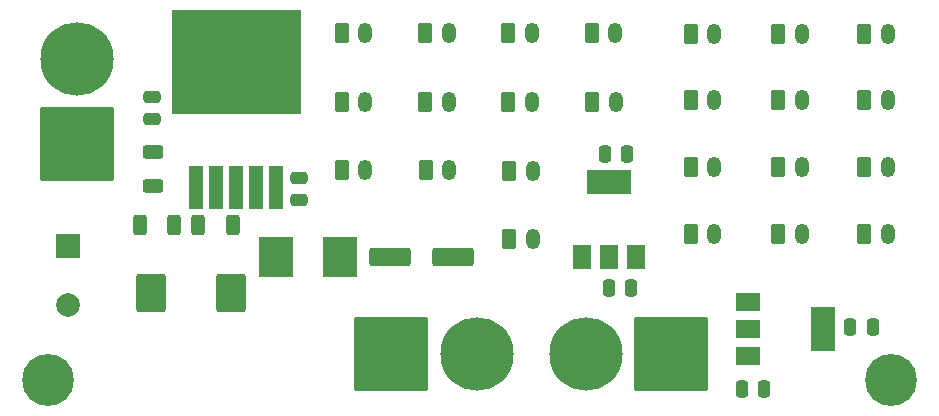
<source format=gbr>
%TF.GenerationSoftware,KiCad,Pcbnew,7.0.8*%
%TF.CreationDate,2023-12-06T00:15:51+05:30*%
%TF.ProjectId,PD Board,50442042-6f61-4726-942e-6b696361645f,V04*%
%TF.SameCoordinates,Original*%
%TF.FileFunction,Soldermask,Top*%
%TF.FilePolarity,Negative*%
%FSLAX46Y46*%
G04 Gerber Fmt 4.6, Leading zero omitted, Abs format (unit mm)*
G04 Created by KiCad (PCBNEW 7.0.8) date 2023-12-06 00:15:51*
%MOMM*%
%LPD*%
G01*
G04 APERTURE LIST*
G04 Aperture macros list*
%AMRoundRect*
0 Rectangle with rounded corners*
0 $1 Rounding radius*
0 $2 $3 $4 $5 $6 $7 $8 $9 X,Y pos of 4 corners*
0 Add a 4 corners polygon primitive as box body*
4,1,4,$2,$3,$4,$5,$6,$7,$8,$9,$2,$3,0*
0 Add four circle primitives for the rounded corners*
1,1,$1+$1,$2,$3*
1,1,$1+$1,$4,$5*
1,1,$1+$1,$6,$7*
1,1,$1+$1,$8,$9*
0 Add four rect primitives between the rounded corners*
20,1,$1+$1,$2,$3,$4,$5,0*
20,1,$1+$1,$4,$5,$6,$7,0*
20,1,$1+$1,$6,$7,$8,$9,0*
20,1,$1+$1,$8,$9,$2,$3,0*%
G04 Aperture macros list end*
%ADD10C,0.010000*%
%ADD11RoundRect,0.250000X-0.312500X-0.625000X0.312500X-0.625000X0.312500X0.625000X-0.312500X0.625000X0*%
%ADD12R,2.950000X3.500000*%
%ADD13RoundRect,0.250000X-0.350000X-0.625000X0.350000X-0.625000X0.350000X0.625000X-0.350000X0.625000X0*%
%ADD14O,1.200000X1.750000*%
%ADD15C,6.204000*%
%ADD16RoundRect,0.102000X3.000000X3.000000X-3.000000X3.000000X-3.000000X-3.000000X3.000000X-3.000000X0*%
%ADD17C,0.700000*%
%ADD18C,4.400000*%
%ADD19R,1.500000X2.000000*%
%ADD20R,3.800000X2.000000*%
%ADD21RoundRect,0.250000X0.475000X-0.250000X0.475000X0.250000X-0.475000X0.250000X-0.475000X-0.250000X0*%
%ADD22RoundRect,0.250000X-1.500000X-0.550000X1.500000X-0.550000X1.500000X0.550000X-1.500000X0.550000X0*%
%ADD23RoundRect,0.102000X3.000000X-3.000000X3.000000X3.000000X-3.000000X3.000000X-3.000000X-3.000000X0*%
%ADD24R,2.000000X2.000000*%
%ADD25C,2.000000*%
%ADD26RoundRect,0.250000X1.000000X-1.400000X1.000000X1.400000X-1.000000X1.400000X-1.000000X-1.400000X0*%
%ADD27RoundRect,0.250000X-0.250000X-0.475000X0.250000X-0.475000X0.250000X0.475000X-0.250000X0.475000X0*%
%ADD28RoundRect,0.250000X0.250000X0.475000X-0.250000X0.475000X-0.250000X-0.475000X0.250000X-0.475000X0*%
%ADD29RoundRect,0.250000X0.625000X-0.312500X0.625000X0.312500X-0.625000X0.312500X-0.625000X-0.312500X0*%
%ADD30R,2.000000X1.500000*%
%ADD31R,2.000000X3.800000*%
%ADD32RoundRect,0.102000X-3.000000X-3.000000X3.000000X-3.000000X3.000000X3.000000X-3.000000X3.000000X0*%
G04 APERTURE END LIST*
%TO.C,U2*%
D10*
X206370000Y-90370000D02*
X205230000Y-90370000D01*
X205230000Y-86830000D01*
X206370000Y-86830000D01*
X206370000Y-90370000D01*
G36*
X206370000Y-90370000D02*
G01*
X205230000Y-90370000D01*
X205230000Y-86830000D01*
X206370000Y-86830000D01*
X206370000Y-90370000D01*
G37*
X208070000Y-90370000D02*
X206930000Y-90370000D01*
X206930000Y-86830000D01*
X208070000Y-86830000D01*
X208070000Y-90370000D01*
G36*
X208070000Y-90370000D02*
G01*
X206930000Y-90370000D01*
X206930000Y-86830000D01*
X208070000Y-86830000D01*
X208070000Y-90370000D01*
G37*
X209770000Y-90370000D02*
X208630000Y-90370000D01*
X208630000Y-86830000D01*
X209770000Y-86830000D01*
X209770000Y-90370000D01*
G36*
X209770000Y-90370000D02*
G01*
X208630000Y-90370000D01*
X208630000Y-86830000D01*
X209770000Y-86830000D01*
X209770000Y-90370000D01*
G37*
X211470000Y-90370000D02*
X210330000Y-90370000D01*
X210330000Y-86830000D01*
X211470000Y-86830000D01*
X211470000Y-90370000D01*
G36*
X211470000Y-90370000D02*
G01*
X210330000Y-90370000D01*
X210330000Y-86830000D01*
X211470000Y-86830000D01*
X211470000Y-90370000D01*
G37*
X213170000Y-90370000D02*
X212030000Y-90370000D01*
X212030000Y-86830000D01*
X213170000Y-86830000D01*
X213170000Y-90370000D01*
G36*
X213170000Y-90370000D02*
G01*
X212030000Y-90370000D01*
X212030000Y-86830000D01*
X213170000Y-86830000D01*
X213170000Y-90370000D01*
G37*
X214620000Y-82370000D02*
X203780000Y-82370000D01*
X203780000Y-73630000D01*
X214620000Y-73630000D01*
X214620000Y-82370000D01*
G36*
X214620000Y-82370000D02*
G01*
X203780000Y-82370000D01*
X203780000Y-73630000D01*
X214620000Y-73630000D01*
X214620000Y-82370000D01*
G37*
%TD*%
D11*
%TO.C,R2*%
X206037500Y-91850000D03*
X208962500Y-91850000D03*
%TD*%
D12*
%TO.C,L1*%
X218075000Y-94550000D03*
X212625000Y-94550000D03*
%TD*%
D13*
%TO.C,P16*%
X239400000Y-81400000D03*
D14*
X241400000Y-81400000D03*
%TD*%
D13*
%TO.C,P19*%
X255125000Y-86950000D03*
D14*
X257125000Y-86950000D03*
%TD*%
D15*
%TO.C,J1*%
X238850000Y-102800000D03*
D16*
X246050000Y-102800000D03*
%TD*%
D17*
%TO.C,H2*%
X191700000Y-104983274D03*
X192183274Y-103816548D03*
X192183274Y-106150000D03*
X193350000Y-103333274D03*
D18*
X193350000Y-104983274D03*
D17*
X193350000Y-106633274D03*
X194516726Y-103816548D03*
X194516726Y-106150000D03*
X195000000Y-104983274D03*
%TD*%
D13*
%TO.C,P7*%
X262425000Y-86950000D03*
D14*
X264425000Y-86950000D03*
%TD*%
D11*
%TO.C,R1*%
X201087500Y-91850000D03*
X204012500Y-91850000D03*
%TD*%
D13*
%TO.C,P24*%
X232350000Y-93000000D03*
D14*
X234350000Y-93000000D03*
%TD*%
D13*
%TO.C,P26*%
X247725000Y-81300000D03*
D14*
X249725000Y-81300000D03*
%TD*%
D13*
%TO.C,P13*%
X218200000Y-81400000D03*
D14*
X220200000Y-81400000D03*
%TD*%
D17*
%TO.C,H1*%
X263033274Y-104983274D03*
X263516548Y-103816548D03*
X263516548Y-106150000D03*
X264683274Y-103333274D03*
D18*
X264683274Y-104983274D03*
D17*
X264683274Y-106633274D03*
X265850000Y-103816548D03*
X265850000Y-106150000D03*
X266333274Y-104983274D03*
%TD*%
D13*
%TO.C,P17*%
X255125000Y-75650000D03*
D14*
X257125000Y-75650000D03*
%TD*%
D19*
%TO.C,U5*%
X238500000Y-94550000D03*
X240800000Y-94550000D03*
D20*
X240800000Y-88250000D03*
D19*
X243100000Y-94550000D03*
%TD*%
D21*
%TO.C,C2*%
X214550000Y-89750000D03*
X214550000Y-87850000D03*
%TD*%
D13*
%TO.C,P21*%
X218200000Y-87200000D03*
D14*
X220200000Y-87200000D03*
%TD*%
D13*
%TO.C,P25*%
X247725000Y-75650000D03*
D14*
X249725000Y-75650000D03*
%TD*%
D13*
%TO.C,P23*%
X232350000Y-87250000D03*
D14*
X234350000Y-87250000D03*
%TD*%
D13*
%TO.C,P4*%
X239350000Y-75600000D03*
D14*
X241350000Y-75600000D03*
%TD*%
D13*
%TO.C,P22*%
X225300000Y-87200000D03*
D14*
X227300000Y-87200000D03*
%TD*%
D13*
%TO.C,P14*%
X225250000Y-81400000D03*
D14*
X227250000Y-81400000D03*
%TD*%
D21*
%TO.C,C4*%
X202150000Y-82900000D03*
X202150000Y-81000000D03*
%TD*%
D22*
%TO.C,C1*%
X222250000Y-94600000D03*
X227650000Y-94600000D03*
%TD*%
D13*
%TO.C,P28*%
X247725000Y-92650000D03*
D14*
X249725000Y-92650000D03*
%TD*%
D15*
%TO.C,J2*%
X195800000Y-77800000D03*
D23*
X195800000Y-85000000D03*
%TD*%
D24*
%TO.C,C3*%
X195000000Y-93650000D03*
D25*
X195000000Y-98650000D03*
%TD*%
D13*
%TO.C,P27*%
X247725000Y-86950000D03*
D14*
X249725000Y-86950000D03*
%TD*%
D26*
%TO.C,D1*%
X202000000Y-97650000D03*
X208800000Y-97650000D03*
%TD*%
D27*
%TO.C,C11*%
X252050000Y-105750000D03*
X253950000Y-105750000D03*
%TD*%
D28*
%TO.C,C9*%
X242700000Y-97150000D03*
X240800000Y-97150000D03*
%TD*%
D13*
%TO.C,P2*%
X225250000Y-75600000D03*
D14*
X227250000Y-75600000D03*
%TD*%
D13*
%TO.C,P1*%
X218200000Y-75600000D03*
D14*
X220200000Y-75600000D03*
%TD*%
D27*
%TO.C,C10*%
X261250000Y-100500000D03*
X263150000Y-100500000D03*
%TD*%
D13*
%TO.C,P5*%
X262425000Y-75650000D03*
D14*
X264425000Y-75650000D03*
%TD*%
D13*
%TO.C,P18*%
X255125000Y-81300000D03*
D14*
X257125000Y-81300000D03*
%TD*%
D29*
%TO.C,R3*%
X202200000Y-88562500D03*
X202200000Y-85637500D03*
%TD*%
D30*
%TO.C,U4*%
X252600000Y-98350000D03*
X252600000Y-100650000D03*
D31*
X258900000Y-100650000D03*
D30*
X252600000Y-102950000D03*
%TD*%
D13*
%TO.C,P3*%
X232300000Y-75600000D03*
D14*
X234300000Y-75600000D03*
%TD*%
D13*
%TO.C,P15*%
X232300000Y-81400000D03*
D14*
X234300000Y-81400000D03*
%TD*%
D13*
%TO.C,P20*%
X255125000Y-92650000D03*
D14*
X257125000Y-92650000D03*
%TD*%
D13*
%TO.C,P8*%
X262425000Y-92650000D03*
D14*
X264425000Y-92650000D03*
%TD*%
D27*
%TO.C,C12*%
X240450000Y-85850000D03*
X242350000Y-85850000D03*
%TD*%
D15*
%TO.C,J7*%
X229600000Y-102800000D03*
D32*
X222400000Y-102800000D03*
%TD*%
D13*
%TO.C,P6*%
X262425000Y-81300000D03*
D14*
X264425000Y-81300000D03*
%TD*%
M02*

</source>
